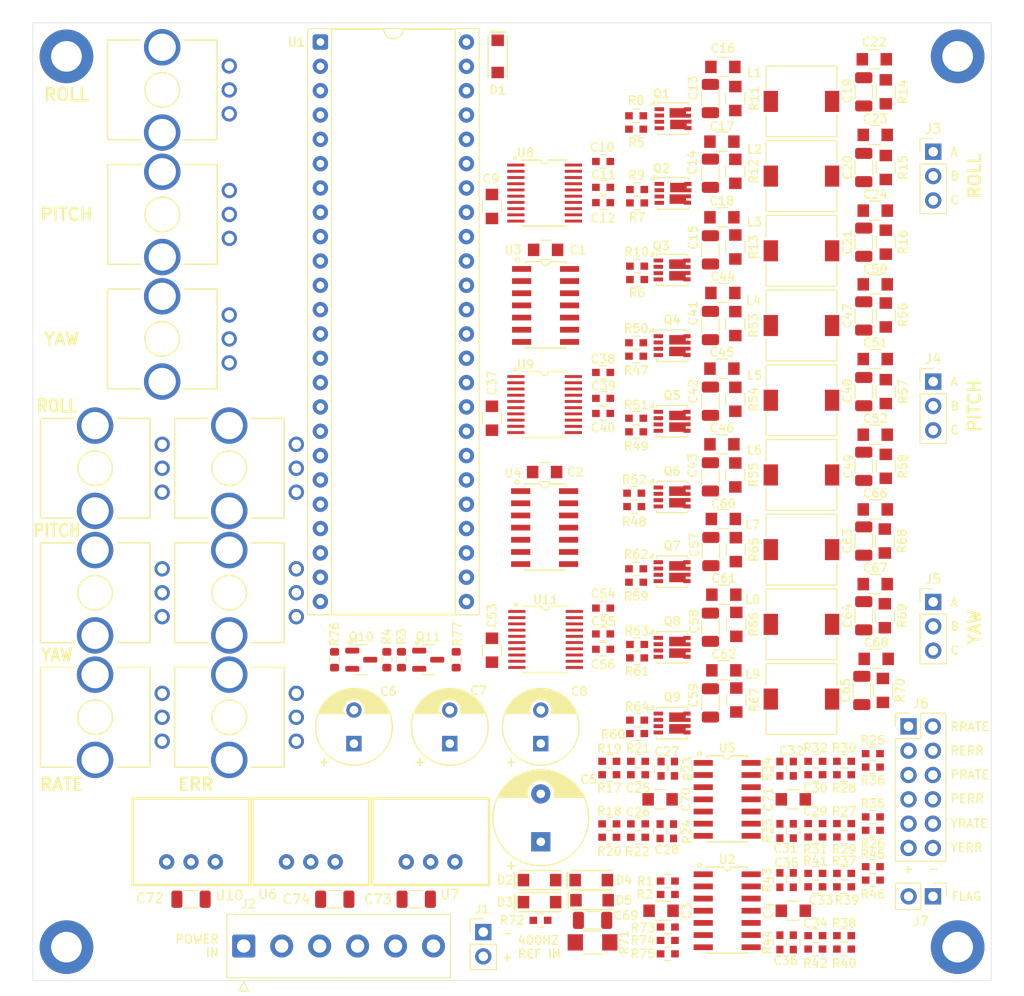
<source format=kicad_pcb>
(kicad_pcb (version 20241229) (generator "pcbnew") (generator_version "9.0")
  (layers (0 "F.Cu" signal) (2 "B.Cu" signal) (13 "F.Paste" user) (15 "B.Paste" user) (5 "F.SilkS" user "F.Silkscreen") (7 "B.SilkS" user "B.Silkscreen") (1 "F.Mask" user) (3 "B.Mask" user) (25 "Edge.Cuts" user))
  (net 0 "")
  (net 1 "Net-(Q2B-G)")
  (net 2 "Net-(Q2A-S)")
  (net 3 "Net-(Q2A-G)")
  (net 4 "GND")
  (net 5 "+12V")
  (net 6 "Net-(Q1A-S)")
  (net 7 "Net-(Q3A-S)")
  (net 8 "Net-(Q1B-G)")
  (net 9 "Net-(Q1A-G)")
  (net 10 "+36V")
  (net 11 "Net-(Q3A-G)")
  (net 12 "Net-(Q3B-G)")
  (net 13 "+3.3V")
  (net 14 "-12V")
  (net 15 "+5V")
  (net 16 "Net-(U8-BSTA)")
  (net 17 "Net-(U8-BSTB)")
  (net 18 "Net-(U8-BSTC)")
  (net 19 "Net-(C16-Pad1)")
  (net 20 "Net-(C17-Pad1)")
  (net 21 "Net-(C18-Pad1)")
  (net 22 "/SingleSynchroDriver1/PHASE_A_OUT")
  (net 23 "/SingleSynchroDriver1/PHASE_B_OUT")
  (net 24 "/SingleSynchroDriver1/PHASE_C_OUT")
  (net 25 "Net-(C22-Pad1)")
  (net 26 "Net-(C23-Pad1)")
  (net 27 "Net-(C24-Pad1)")
  (net 28 "Net-(C25-Pad1)")
  (net 29 "Net-(C26-Pad1)")
  (net 30 "Net-(U5A--)")
  (net 31 "Net-(C27-Pad2)")
  (net 32 "Net-(U5B--)")
  (net 33 "Net-(C28-Pad2)")
  (net 34 "Net-(C29-Pad1)")
  (net 35 "Net-(C30-Pad1)")
  (net 36 "Net-(U5C--)")
  (net 37 "Net-(C31-Pad2)")
  (net 38 "Net-(C32-Pad2)")
  (net 39 "Net-(U5D--)")
  (net 40 "Net-(C33-Pad1)")
  (net 41 "Net-(C34-Pad1)")
  (net 42 "Net-(C35-Pad2)")
  (net 43 "Net-(C36-Pad2)")
  (net 44 "Net-(Q4A-S)")
  (net 45 "Net-(U9-BSTA)")
  (net 46 "Net-(Q5A-S)")
  (net 47 "Net-(U9-BSTB)")
  (net 48 "Net-(U9-BSTC)")
  (net 49 "Net-(Q6A-S)")
  (net 50 "Net-(C44-Pad1)")
  (net 51 "Net-(C45-Pad1)")
  (net 52 "Net-(C46-Pad1)")
  (net 53 "/SingleSynchroDriver2/PHASE_A_OUT")
  (net 54 "/SingleSynchroDriver2/PHASE_B_OUT")
  (net 55 "/SingleSynchroDriver2/PHASE_C_OUT")
  (net 56 "Net-(C50-Pad1)")
  (net 57 "Net-(C51-Pad1)")
  (net 58 "Net-(C52-Pad1)")
  (net 59 "Net-(U11-BSTA)")
  (net 60 "Net-(Q7A-S)")
  (net 61 "Net-(Q8A-S)")
  (net 62 "Net-(U11-BSTB)")
  (net 63 "Net-(U11-BSTC)")
  (net 64 "Net-(Q9A-S)")
  (net 65 "Net-(C60-Pad1)")
  (net 66 "Net-(C61-Pad1)")
  (net 67 "Net-(C62-Pad1)")
  (net 68 "/SingleSynchroDriver3/PHASE_A_OUT")
  (net 69 "/SingleSynchroDriver3/PHASE_B_OUT")
  (net 70 "/SingleSynchroDriver3/PHASE_C_OUT")
  (net 71 "Net-(C66-Pad1)")
  (net 72 "Net-(C67-Pad1)")
  (net 73 "Net-(C68-Pad1)")
  (net 74 "Net-(D2-A)")
  (net 75 "Net-(C69-Pad1)")
  (net 76 "+5VD")
  (net 77 "Net-(D4-A)")
  (net 78 "/InputComparator/IN")
  (net 79 "Net-(Q4B-G)")
  (net 80 "Net-(Q4A-G)")
  (net 81 "Net-(Q5B-G)")
  (net 82 "Net-(Q5A-G)")
  (net 83 "Net-(Q6A-G)")
  (net 84 "Net-(Q6B-G)")
  (net 85 "Net-(Q7A-G)")
  (net 86 "Net-(Q7B-G)")
  (net 87 "Net-(Q8A-G)")
  (net 88 "Net-(Q8B-G)")
  (net 89 "Net-(Q9A-G)")
  (net 90 "Net-(Q9B-G)")
  (net 91 "Net-(U8-GLA)")
  (net 92 "Net-(U8-GLC)")
  (net 93 "Net-(U8-GLB)")
  (net 94 "Net-(U8-GHA)")
  (net 95 "Net-(U8-GHB)")
  (net 96 "Net-(U8-GHC)")
  (net 97 "/NeedleDriver1/VREF")
  (net 98 "/NeedleDriver1/OUT1")
  (net 99 "/NeedleDriver1/OUT2")
  (net 100 "/NeedleDriver2/OUT1")
  (net 101 "/NeedleDriver2/OUT2")
  (net 102 "/NeedleDriver3/OUT1")
  (net 103 "/NeedleDriver3/OUT2")
  (net 104 "Net-(U9-GLA)")
  (net 105 "Net-(U9-GLC)")
  (net 106 "Net-(U9-GLB)")
  (net 107 "Net-(U9-GHA)")
  (net 108 "Net-(U9-GHB)")
  (net 109 "Net-(U9-GHC)")
  (net 110 "Net-(U11-GLA)")
  (net 111 "Net-(U11-GLC)")
  (net 112 "Net-(U11-GLB)")
  (net 113 "Net-(U11-GHA)")
  (net 114 "Net-(U11-GHB)")
  (net 115 "Net-(U11-GHC)")
  (net 116 "Net-(R74-Pad1)")
  (net 117 "/FlagDriver/OUT")
  (net 135 "Net-(U9-INLB)")
  (net 136 "Net-(U9-INLA)")
  (net 137 "Net-(U8-INLB)")
  (net 138 "Net-(U9-INLC)")
  (net 139 "Net-(U8-INLA)")
  (net 140 "Net-(U8-INLC)")
  (net 145 "Net-(U11-INLB)")
  (net 146 "Net-(U11-INLC)")
  (net 147 "Net-(U11-INLA)")
  (net 148 "Net-(U2C--)")
  (net 149 "Net-(U2D--)")
  (net 150 "Net-(U2A-+)")
  (net 151 "Net-(U2B-+)")
  (net 152 "/PWM_RR")
  (net 153 "/PWM_PE")
  (net 154 "/PWM_PR")
  (net 155 "/PWM_RE")
  (net 156 "/PWM_YR")
  (net 157 "/PWM_YE")
  (net 158 "/PWM_P1")
  (net 159 "/400HZ_IN")
  (net 160 "/PWM_Y0")
  (net 161 "/PWM_P0")
  (net 162 "/PWM_Y2")
  (net 163 "/PWM_P2")
  (net 164 "/PWM_R1")
  (net 165 "/PWM_Y1")
  (net 166 "/PWM_R0")
  (net 167 "/PWM_R2")
  (net 168 "Net-(Q10-B)")
  (net 169 "/Pots/OUT1")
  (net 170 "/Pots/OUT2")
  (net 171 "/Pots/OUT3")
  (net 172 "/Pots/OUT4")
  (net 173 "/Pots/OUT5")
  (net 174 "/Pots/OUT6")
  (net 175 "/Pots/OUT7")
  (net 176 "/Pots/OUT8")
  (net 177 "/Pots/OUT9")
  (net 178 "Net-(Q10-C)")
  (net 179 "Net-(Q11-B)")
  (net 180 "Net-(Q11-C)")
  (net 181 "/FLAG")
  (footprint "Package_SO:Vishay_PowerPAK_1212-8_Dual" (layer "F.Cu") (at 136.8 77.8)
    (property "Reference" "Q2")
    (property "Value" "SIS990")
  )
  (footprint "Passive:RESC1608X55" (layer "F.Cu") (at 147.95 144.37 -90)
    (property "Reference" "R33")
    (property "Value" "10K")
  )
  (footprint "Active:TSOP65P640X110-20" (layer "F.Cu") (at 123.4 99.850711)
    (property "Reference" "U9")
    (property "Value" "DRV8300")
  )
  (footprint "Passive:BOURNS_PTV09A_H" (layer "F.Cu") (at 90.4881 67 90)
    (property "Reference" "RV9" (hide yes))
    (property "Value" "10K")
  )
  (footprint "Active:SOP127P620X175-14" (layer "F.Cu") (at 123.5 89.5)
    (property "Reference" "U3")
    (property "Value" "74LV14")
  )
  (footprint "Inductor_SMD:L_7.3x7.3_H3.5" (layer "F.Cu") (at 150.2 68.2)
    (property "Reference" "L1")
    (property "Value" "220uH")
  )
  (footprint "Passive:CAPC2012X55" (layer "F.Cu") (at 123.4 106.9 180)
    (property "Reference" "C2")
    (property "Value" "1uF")
  )
  (footprint "Passive:RESC1608X55" (layer "F.Cu") (at 132.95 94.8)
    (property "Reference" "R47")
    (property "Value" "1")
  )
  (footprint "Passive:RESC1608X55" (layer "F.Cu") (at 133.05 85.4)
    (property "Reference" "R10")
    (property "Value" "1")
  )
  (footprint "Active:SOD3716X117" (layer "F.Cu") (at 128.35 151.6)
    (property "Reference" "D5")
    (property "Value" "SS320LWH")
  )
  (footprint "Passive:CAPC2012X55" (layer "F.Cu") (at 142 88.2 180)
    (property "Reference" "C44")
    (property "Value" "DNI")
  )
  (footprint "Passive:CAPC2012X55" (layer "F.Cu") (at 141.9 104 180)
    (property "Reference" "C46")
    (property "Value" "DNI")
  )
  (footprint "Passive:RESC1608X55" (layer "F.Cu") (at 132.95 69.7)
    (property "Reference" "R8")
    (property "Value" "1")
  )
  (footprint "Passive:RESC1608X55" (layer "F.Cu") (at 133.15 137.1)
    (property "Reference" "R21")
    (property "Value" "10K")
  )
  (footprint "Capacitor_SMD:C_1206_3216Metric" (layer "F.Cu") (at 86.5 151.5 180)
    (property "Reference" "C72")
    (property "Value" "1uF")
  )
  (footprint "Connector_PinHeader_2.54mm:PinHeader_1x02_P2.54mm_Vertical" (layer "F.Cu") (at 163.925 151.2 -90)
    (property "Reference" "J7")
    (property "Value" "FLAG")
  )
  (footprint "Passive:CAPC1608X100" (layer "F.Cu") (at 151.65 150.2 180)
    (property "Reference" "C33")
    (property "Value" "DNI")
  )
  (footprint "Passive:RESC1608X55" (layer "F.Cu") (at 154.65 150.2)
    (property "Reference" "R37")
    (property "Value" "10K")
  )
  (footprint "Passive:RESC1608X55" (layer "F.Cu") (at 133.05 126.3)
    (property "Reference" "R61")
    (property "Value" "1")
  )
  (footprint "Passive:RESC1608X55" (layer "F.Cu") (at 136.25 157.2)
    (property "Reference" "R75")
    (property "Value" "4.7K")
  )
  (footprint "Passive:RESC1608X55" (layer "F.Cu") (at 151.65 148.8 180)
    (property "Reference" "R41")
    (property "Value" "10K")
  )
  (footprint "Capacitor_SMD:C_1206_3216Metric" (layer "F.Cu") (at 140.7 123.1 90)
    (property "Reference" "C58")
    (property "Value" "10uF")
  )
  (footprint "Passive:RESC1608X55" (layer "F.Cu") (at 132.95 93.4)
    (property "Reference" "R50")
    (property "Value" "1")
  )
  (footprint "Passive:RESC1608X55" (layer "F.Cu") (at 133.05 134.2)
    (property "Reference" "R60")
    (property "Value" "1")
  )
  (footprint "Passive:CAPC2012X55" (layer "F.Cu") (at 135.55 152.7 180)
    (property "Reference" "C3")
    (property "Value" "1uF")
  )
  (footprint "Passive:BOURNS_PTV09A_H" (layer "F.Cu") (at 97.4881 119.5 90)
    (property "Reference" "RV2" (hide yes))
    (property "Value" "10K")
  )
  (footprint "Inductor_SMD:L_7.3x7.3_H3.5" (layer "F.Cu") (at 150.2 83.8)
    (property "Reference" "L3")
    (property "Value" "220uH")
  )
  (footprint "Passive:CAPC2012X55" (layer "F.Cu") (at 157.9 118.6 180)
    (property "Reference" "C67")
    (property "Value" "DNI")
  )
  (footprint "Passive:RESC3216X70" (layer "F.Cu") (at 128.4 156)
    (property "Reference" "R71")
    (property "Value" "1K")
  )
  (footprint "Passive:BOURNS_PTV09A_H" (layer "F.Cu") (at 83.4881 119.5 90)
    (property "Reference" "RV5" (hide yes))
    (property "Value" "10K")
  )
  (footprint "Passive:CAPC2012X55" (layer "F.Cu") (at 135.45 141.07 180)
    (property "Reference" "C70")
    (property "Value" "1uF")
  )
  (footprint "Active:SOD3716X117" (layer "F.Cu") (at 122.87 149.5)
    (property "Reference" "D2")
    (property "Value" "SS320LWH")
  )
  (footprint "Active:DCDC_3PIN_GENERIC" (layer "F.Cu") (at 86.5 147.5955)
    (property "Reference" "U10")
    (property "Value" "173010542")
  )
  (footprint "Passive:BOURNS_PTV09A_H" (layer "F.Cu") (at 97.4881 132.5 90)
    (property "Reference" "RV1" (hide yes))
    (property "Value" "10K")
  )
  (footprint "Passive:CAPC2012X55" (layer "F.Cu") (at 141.9 72.4 180)
    (property "Reference" "C17")
    (property "Value" "DNI")
  )
  (footprint "Passive:RESC1608X55" (layer "F.Cu") (at 151.65 156.7 180)
    (property "Reference" "R42")
    (property "Value" "10K")
  )
  (footprint "Passive:CAPC1608X100" (layer "F.Cu") (at 151.65 143.6 180)
    (property "Reference" "C29")
    (property "Value" "DNI")
  )
  (footprint "Passive:RESC1608X55" (layer "F.Cu") (at 122.97 153.7)
    (property "Reference" "R72")
    (property "Value" "100K")
  )
  (footprint "Capacitor_SMD:C_1206_3216Metric" (layer "F.Cu") (at 140.75 115.2 90)
    (property "Reference" "C57")
    (property "Value" "10uF")
  )
  (footprint "Passive:CAPC2012X55" (layer "F.Cu") (at 117.9 101.28 -90)
    (property "Reference" "C37")
    (property "Value" "1uF")
  )
  (footprint "Passive:CAPC1608X100" (layer "F.Cu") (at 129.5 121.1)
    (property "Reference" "C54")
    (property "Value" "0.1uF")
  )
  (footprint "Capacitor_SMD:C_1206_3216Metric" (layer "F.Cu") (at 156.7 75.1 90)
    (property "Reference" "C20")
    (property "Value" "10uF")
  )
  (footprint "Passive:CAPC1608X100" (layer "F.Cu") (at 149.35 156 -90)
    (property "Reference" "C36")
    (property "Value" "0.1uF")
  )
  (footprint "Passive:CAPC2012X55" (layer "F.Cu") (at 142.1 127.6 180)
    (property "Reference" "C62")
    (property "Value" "DNI")
  )
  (footprint "Passive:CAPC1608X100" (layer "F.Cu") (at 135.55 137.87 90)
    (property "Reference" "C27")
    (property "Value" "0.1uF")
  )
  (footprint "Capacitor_SMD:C_1206_3216Metric" (layer "F.Cu") (at 140.7 107.4 90)
    (property "Reference" "C43")
    (property "Value" "10uF")
  )
  (footprint "Passive:RESC1608X55" (layer "F.Cu") (at 132.95 71.1)
    (property "Reference" "R5")
    (property "Value" "1")
  )
  (footprint "Passive:RESC1608X55" (layer "F.Cu") (at 133.05 86.8)
    (property "Reference" "R6")
    (property "Value" "1")
  )
  (footprint "Passive:CAPC1608X100" (layer "F.Cu") (at 151.65 155.3 180)
    (property "Reference" "C34")
    (property "Value" "DNI")
  )
  (footprint "Passive:CAPC1608X100" (layer "F.Cu") (at 133.15 138.5)
    (property "Reference" "C25")
    (property "Value" "DNI")
  )
  (footprint "Active:SOP127P620X175-14" (layer "F.Cu") (at 142.45 152.7)
    (property "Reference" "U2")
    (property "Value" "LM324")
  )
  (footprint "Inductor_SMD:L_7.3x7.3_H3.5" (layer "F.Cu") (at 150.2 122.8)
    (property "Reference" "L8")
    (property "Value" "220uH")
  )
  (footprint "Passive:RESC1608X55" (layer "F.Cu") (at 136.25 155.8 180)
    (property "Reference" "R74")
    (property "Value" "1MEG")
  )
  (footprint "Inductor_SMD:L_7.3x7.3_H3.5" (layer "F.Cu") (at 150.2 91.6)
    (property "Reference" "L4")
    (property "Value" "220uH")
  )
  (footprint "Passive:CAPC1608X100" (layer "F.Cu") (at 129.5 123.8)
    (property "Reference" "C55")
    (property "Value" "0.1uF")
  )
  (footprint "Passive:CAPC1608X100" (layer "F.Cu") (at 129.5 125.4)
    (property "Reference" "C56")
    (property "Value" "0.1uF")
  )
  (footprint "Passive:CAPC1608X100" (layer "F.Cu") (at 129.5 78.770711)
    (property "Reference" "C12")
    (property "Value" "0.1uF")
  )
  (footprint "Passive:RESC1608X55" (layer "F.Cu") (at 130.15 145.03)
    (property "Reference" "R20")
    (property "Value" "0")
  )
  (footprint "Package_SO:Vishay_PowerPAK_1212-8_Dual" (layer "F.Cu") (at 136.7 117.3)
    (property "Reference" "Q7")
    (property "Value" "SIS990")
  )
  (footprint "Capacitor_SMD:C_1206_3216Metric" (layer "F.Cu") (at 156.7 114.1 90)
    (property "Reference" "C63")
    (property "Value" "10uF")
  )
  (footprint "Capacitor_SMD:C_1206_3216Metric" (layer "F.Cu") (at 156.7 121.9 90)
    (property "Reference" "C64")
    (property "Value" "10uF")
  )
  (footprint "Package_SO:Vishay_PowerPAK_1212-8_Dual" (layer "F.Cu") (at 136.7 85.8)
    (property "Reference" "Q3")
    (property "Value" "SIS990")
  )
  (footprint "Passive:CAPC1608X100" (layer "F.Cu") (at 129.5 99.2)
    (property "Reference" "C39")
    (property "Value" "0.1uF")
  )
  (footprint "Capacitor_SMD:C_1206_3216Metric" (layer "F.Cu") (at 140.7 67.9 90)
    (property "Reference" "C13")
    (property "Value" "10uF")
  )
  (footprint "Capacitor_SMD:C_1206_3216Metric" (layer "F.Cu") (at 140.7 131 90)
    (property "Reference" "C59")
    (property "Value" "10uF")
  )
  (footprint "Passive:RESC2012X55" (layer "F.Cu") (at 143.3 67.9 90)
    (property "Reference" "R11")
    (property "Value" "DNI")
  )
  (footprint "Active:TSOP65P640X110-20" (layer "F.Cu") (at 123.5 124.375)
    (property "Reference" "U11")
    (property "Value" "DRV8300")
  )
  (footprint "Passive:RESC1608X55" (layer "F.Cu") (at 151.65 145 180)
    (property "Reference" "R31")
    (property "Value" "10K")
  )
  (footprint "Package_SO:Vishay_PowerPAK_1212-8_Dual" (layer "F.Cu") (at 136.7 133.1)
    (property "Reference" "Q9")
    (property "Value" "SIS990")
  )
  (footprint "Passive:CAPAE350P800X700" (layer "F.Cu") (at 123 133.5 90)
    (property "Reference" "C8")
    (property "Value" "100uF")
  )
  (footprint "Passive:RESC2012X55" (layer "F.Cu") (at 159 75.1 90)
    (property "Reference" "R15")
    (property "Value" "DNI")
  )
  (footprint "Passive:RESC1608X55" (layer "F.Cu") (at 133.15 145.03)
    (property "Reference" "R22")
    (property "Value" "10K")
  )
  (footprint "Active:SOP127P620X175-14" (layer "F.Cu") (at 123.4 112.7)
    (property "Reference" "U4")
    (property "Value" "74LV14")
  )
  (footprint "Package_TO_SOT_SMD:SOT-23" (layer "F.Cu") (at 104.267 126.492)
    (property "Reference" "Q10")
    (property "Value" "MMBTA42")
  )
  (footprint "Passive:RESC1608X55" (layer "F.Cu") (at 157.65 142.9)
    (property "Reference" "R35")
    (property "Value" "10")
  )
  (footprint "Passive:RESC1608X55" (layer "F.Cu") (at 147.95 149.5 90)
    (property "Reference" "R43")
    (property "Value" "10K")
  )
  (footprint "Connector_PinHeader_2.54mm:PinHeader_1x03_P2.54mm_Vertical" (layer "F.Cu") (at 163.95 97.46)
    (property "Reference" "J4")
    (property "Value" "PITCH")
  )
  (footprint "Capacitor_SMD:C_1206_3216Metric" (layer "F.Cu") (at 140.7 99.5 90)
    (property "Reference" "C42")
    (property "Value" "10uF")
  )
  (footprint "Inductor_SMD:L_7.3x7.3_H3.5" (layer "F.Cu") (at 150.2 107.2)
    (property "Reference" "L6")
    (property "Value" "220uH")
  )
  (footprint "Capacitor_SMD:C_1206_3216Metric" (layer "F.Cu") (at 128.4 153.7 180)
    (property "Reference" "C69")
    (property "Value" "10uF")
  )
  (footprint "Passive:CAPC1608X100" (layer "F.Cu") (at 149.35 149.5 90)
    (property "Reference" "C35")
    (property "Value" "0.1uF")
  )
  (footprint "Passive:CAPC1608X100" (layer "F.Cu") (at 151.65 138.5 180)
    (property "Reference" "C30")
    (property "Value" "DNI")
  )
  (footprint "Passive:RESC1608X55" (layer "F.Cu") (at 132.75 109.1)
    (property "Reference" "R52")
    (property "Value" "1")
  )
  (footprint "Capacitor_SMD:C_1206_3216Metric" (layer "F.Cu") (at 156.7 82.9 90)
    (property "Reference" "C21")
    (property "Value" "10uF")
  )
  (footprint "Passive:RESC2012X55" (layer "F.Cu") (at 143.35 115 90)
    (property "Reference" "R65")
    (property "Value" "DNI")
  )
  (footprint "Active:TSOP65P640X110-20" (layer "F.Cu") (at 123.4 77.770711)
    (property "Reference" "U8")
    (property "Value" "DRV8300")
  )
  (footprint "Inductor_SMD:L_7.3x7.3_H3.5" (layer "F.Cu") (at 150.2 99.4)
    (property "Reference" "L5")
    (property "Value" "220uH")
  )
  (footprint "Passive:CAPC2012X55" (layer "F.Cu") (at 142.1 119.7 180)
    (property "Reference" "C61")
    (property "Value" "DNI")
  )
  (footprint "Passive:BOURNS_PTV09A_H" (layer "F.Cu") (at 90.5 80 90)
    (property "Reference" "RV8" (hide yes))
    (property "Value" "10K")
  )
  (footprint "Passive:RESC2012X55" (layer "F.Cu") (at 159 98.5 90)
    (property "Reference" "R57")
    (property "Value" "DNI")
  )
  (footprint "MountingHole:MountingHole_3.2mm_M3_DIN965_Pad" (layer "F.Cu") (at 73.5 156.5)
    (property "Reference" "H2" (hide yes))
    (property "Value" "MountingHole_Pad")
  )
  (footprint "Passive:RESC2012X55" (layer "F.Cu") (at 143.3 75.5 90)
    (property "Reference" "R12")
    (property "Value" "DNI")
  )
  (footprint "Resistor_SMD:R_0603_1608Metric" (layer "F.Cu") (at 101.473 126.492 -90)
    (property "Reference" "R76")
    (property "Value" "10K")
  )
  (footprint "Passive:RESC2012X55" (layer "F.Cu") (at 159 67.2 90)
    (property "Reference" "R14")
    (property "Value" "DNI")
  )
  (footprint "Capacitor_SMD:C_1206_3216Metric" (layer "F.Cu") (at 140.7 91.6 90)
    (property "Reference" "C41")
    (property "Value" "10uF")
  )
  (footprint "Passive:CAPC2012X55" (layer "F.Cu") (at 157.9 110.8 180)
    (property "Reference" "C66")
    (property "Value" "DNI")
  )
  (footprint "Passive:RESC1608X55" (layer "F.Cu") (at 133.05 77.4)
    (property "Reference" "R9")
    (property "Value" "1")
  )
  (footprint "Connector_TE-Connectivity:TE_826576-6_1x06_P3.96mm_Vertical" (layer "F.Cu") (at 92 156.3825)
    (property "Reference" "J2")
    (property "Value" "POWER")
  )
  (footprint "Passive:RESC1608X55" (layer "F.Cu") (at 154.65 145 180)
    (property "Reference" "R29")
    (property "Value" "0")
  )
  (footprint "Passive:RESC1608X55" (layer "F.Cu") (at 147.95 156 -90)
    (property "Reference" "R44")
    (property "Value" "10K")
  )
  (footprint "Passive:RESC2012X55" (layer "F.Cu") (at 143.4 130.7 90)
    (property "Reference" "R67")
    (property "Value" "DNI")
  )
  (footprint "Passive:RESC1608X55" (layer "F.Cu") (at 133.05 124.9)
    (property "Reference" "R63")
    (property "Value" "1")
  )
  (footprint "Passive:BOURNS_PTV09A_H" (layer "F.Cu") (at 83.4881 106.5 90)
    (property "Reference" "RV6" (hide yes))
    (property "Value" "10K")
  )
  (footprint "Package_TO_SOT_SMD:SOT-23" (layer "F.Cu") (at 111.252 126.492)
    (property "Reference" "Q11")
    (property "Value" "MMBTA92")
  )
  (footprint "Passive:RESC1608X55" (layer "F.Cu") (at 130.15 138.5 180)
    (property "Reference" "R17")
    (property "Value" "10K")
  )
  (footprint "Capacitor_SMD:C_1206_3216Metric" (layer "F.Cu") (at 156.7 90.6 90)
    (property "Reference" "C47")
    (property "Value" "10uF")
  )
  (footprint "Inductor_SMD:L_7.3x7.3_H3.5" (layer "F.Cu") (at 150.2 130.6)
    (property "Reference" "L9")
    (property "Value" "220uH")
  )
  (footprint "Passive:RESC2012X55" (layer "F.Cu") (at 159 106.3 90)
    (property "Reference" "R58")
    (property "Value" "DNI")
  )
  (footprint "Passive:RESC2012X55" (layer "F.Cu") (at 143.4 122.8 90)
    (property "Reference" "R66")
    (property "Value" "DNI")
  )
  (footprint "Capacitor_SMD:C_1206_3216Metric" (layer "F.Cu") (at 156.7 98.5 90)
    (property "Reference" "C48")
    (property "Value" "10uF")
  )
  (footprint "Passive:CAPC2012X55" (layer "F.Cu") (at 157.9 87.3 180)
    (property "Reference" "C50")
    (property "Value" "DNI")
  )
  (footprint "Passive:RESC1608X55" (layer "F.Cu") (at 136.25 149.6 180)
    (property "Reference" "R1")
    (property "Value" "10K")
  )
  (footprint "Passive:BOURNS_PTV09A_H" (layer "F.Cu") (at 83.4881 132.5 90)
    (property "Reference" "RV4" (hide yes))
    (property "Value" "10K")
  )
  (footprint "Active:SOD3716X117" (layer "F.Cu") (at 118.5 63.5 -90)
    (property "Reference" "D1")
    (property "Value" "PMEG10010ELR")
  )
  (footprint "Passive:CAPC2012X55" (layer "F.Cu") (at 157.9 79.6 180)
    (property "Reference" "C24")
    (property "Value" "DNI")
  )
  (footprint "Passive:CAPAE350P800X700" (layer "F.Cu") (at 113.5 133.5 90)
    (property "Reference" "C7")
    (property "Value" "100uF")
  )
  (footprint "Passive:RESC1608X55" (layer "F.Cu") (at 154.65 155.3)
    (property "Reference" "R38")
    (property "Value" "10K")
  )
  (footprint "Passive:CAPC1608X100" (layer "F.Cu") (at 129.5 77.170711)
    (property "Reference" "C11")
    (property "Value" "0.1uF")
  )
  (footprint "Resistor_SMD:R_0603_1608Metric" (layer "F.Cu") (at 108.458 126.492 -90)
    (property "Reference" "R3")
    (property "Value" "10K")
  )
  (footprint "Capacitor_SMD:C_1206_3216Metric" (layer "F.Cu") (at 156.7 67.2 90)
    (property "Reference" "C19")
    (property "Value" "10uF")
  )
  (footprint "Passive:RESC1608X55" (layer "F.Cu") (at 136.95 137.87 90)
    (property "Reference" "R23")
    (property "Value" "10K")
  )
  (footprint "Passive:RESC1608X55" (layer "F.Cu") (at 130.15 137.1)
    (property "Reference" "R19")
    (property "Value" "0")
  )
  (footprint "Passive:RESC1608X55" (layer "F.Cu") (at 133.05 78.8)
    (property "Reference" "R7")
    (property "Value" "1")
  )
  (footprint "Passive:RESC2012X55" (layer "F.Cu") (at 143.3 91.4 90)
    (property "Reference" "R53")
    (property "Value" "DNI")
  )
  (footprint "Passive:RESC2012X55" (layer "F.Cu") (at 143.3 83.4 90)
    (property "Reference" "R13")
    (property "Value" "DNI")
  )
  (footprint "Passive:CAPC2012X55" (layer "F.Cu") (at 149.35 141.07 180)
    (property "Reference" "C71")
    (property "Value" "1uF")
  )
  (footprint "Capacitor_SMD:C_1206_3216Metric" (layer "F.Cu") (at 156.7 106.3 90)
    (property "Reference" "C49")
    (property "Value" "10uF")
  )
  (footprint "Passive:RESC1608X55" (layer "F.Cu") (at 147.95 137.87 90)
    (property "Reference" "R34")
    (property "Value" "10K")
  )
  (footprint "Capacitor_SMD:C_1206_3216Metric" (layer "F.Cu") (at 156.5 129.7 90)
    (property "Reference" "C65")
    (property "Value" "10uF")
  )
  (footprint "Package_SO:Vishay_PowerPAK_1212-8_Dual" (layer "F.Cu") (at 136.7 109.5)
    (property "Reference" "Q6")
    (property "Value" "SIS990")
  )
  (footprint "Passive:RESC1608X55" (layer "F.Cu") (at 154.65 138.5)
    (property "Reference" "R28")
    (property "Value" "10K")
  )
  (footprint "Passive:RESC1608X55" (layer "F.Cu") (at 151.65 137.1 180)
    (property "Reference" "R32")
    (property "Value" "10K")
  )
  (footprint "Active:SOD3716X117" (layer "F.Cu") (at 122.87 151.8)
    (property "Reference" "D3")
    (property "Value" "SS320LWH")
  )
  (footprint "Passive:CAPC1608X100" (layer "F.Cu") (at 133.15 143.63)
    (property "Reference" "C26")
    (property "Value" "DNI")
  )
  (footprint "Passive:RESC1608X55" (layer "F.Cu") (at 133.05 132.8)
    (property "Reference" "R64")
    (property "Value" "1")
  )
  (footprint "Passive:CAPC1608X100" (layer "F.Cu") (at 149.35 144.37 -90)
    (property "Reference" "C31")
    (property "Value" "0.1uF")
  )
  (footprint "Passive:CAPC1608X100" (layer "F.Cu") (at 149.35 137.87 90)
    (property "Reference" "C32")
    (property "Value" "0.1uF")
  )
  (footprint "Passive:RESC2012X55" (layer "F.Cu") (at 158.7 129.7 90)
    (property "Reference" "R70")
    (property "Value" "DNI")
  )
  (footprint "Passive:RESC2012X55" (layer "F.Cu") (at 143.3 107.2 90)
    (property "Reference" "R55")
    (property "Value" "DNI")
  )
  (footprint "Passive:RESC1608X55" (layer "F.Cu") (at 136.25 151)
    (property "Reference" "R2")
    (property "Value" "10K")
  )
  (footprint "Capacitor_SMD:C_1206_3216Metric" (layer "F.Cu") (at 101.5 151.5 180)
    (property "Reference" "C74")
    (property "Value" "1uF")
  )
  (footprint "Passive:RESC1608X55" (layer "F.Cu") (at 136.85 144.4 -90)
    (property "Reference" "R24")
    (property "Value" "10K")
  )
  (footprint "Passive:RESC1608X55" (layer "F.Cu") (at 154.65 143.6)
    (property "Reference" "R27")
    (property "Value" "10K")
  )
  (footprint "Connector_PinHeader_2.54mm:PinHeader_1x02_P2.54mm_Vertical" (layer "F.Cu") (at 117 154.925)
    (property "Reference" "J1")
    (property "Value" "SYNC")
  )
  (footprint "Passive:RESC1608X55" (layer "F.Cu") (at 157.65 136.3)
    (property "Reference" "R25")
    (property "Value" "10")
  )
  (footprint "Passive:RESC1608X55" (layer "F.Cu") (at 132.95 118.4)
    (property "Reference" "R59")
    (property "Value" "1")
  )
  (footprint "Package_SO:Vishay_PowerPAK_1212-8_Dual" (layer "F.Cu") (at 136.7 101.6)
    (property "Reference" "Q5")
    (property "Value" "SIS990")
  )
  (footprint "MountingHole:MountingHole_3.2mm_M3_DIN965_Pad" (layer "F.Cu") (at 166.5 63.5)
    (property "Reference" "H3" (hide yes))
    (property "Value" "MountingHole_Pad")
  )
  (footprint "Capacitor_SMD:C_1206_3216Metric" (layer "F.Cu") (at 140.7 75.7 90)
    (property "Reference" "C14")
    (property "Value" "10uF")
  )
  (footprint "Passive:CAPC2012X55" (layer "F.Cu") (at 117.9 125.5 -90)
    (property "Reference" "C53")
    (property "Value" "1uF")
  )
  (footprint "Passive:RESC1608X55" (layer "F.Cu") (at 157.65 148.1)
    (property "Reference" "R45")
    (property "Value" "10")
  )
  (footprint "Package_SO:Vishay_PowerPAK_1212-8_Dual" (layer "F.Cu") (at 136.8 70)
    (property "Reference" "Q1")
    (property "Value" "SIS990")
  )
  (footprint "Capacitor_SMD:C_1206_3216Metric" (layer "F.Cu") (at 140.7 83.7 90)
    (property "Reference" "C15")
    (property "Value" "10uF")
  )
  (footprint "Inductor_SMD:L_7.3x7.3_H3.5" (layer "F.Cu") (at 150.2 115)
    (property "Reference" "L7")
    (property "Value" "220uH")
  )
  (footprint "Passive:RESC1608X55" (layer "F.Cu") (at 157.65 137.7)
    (property "Reference" "R36")
    (property "Value" "10")
  )
  (footprint "Passive:CAPC2012X55" (layer "F.Cu") (at 142 64.6 180)
    (property "Reference" "C16")
    (property "Value" "DNI")
  )
  (footprint "Passive:CAPC2012X55" (layer "F.Cu") (at 157.9 95.1 180)
    (property "Reference" "C51")
    (property "Value" "DNI")
  )
  (footprint "Active:SOP127P620X175-14" (layer "F.Cu") (at 142.45 141.07)
    (property "Reference" "U5")
    (property "Value" "LM324")
  )
  (footprint "Passive:CAPC2012X55" (layer "F.Cu") (at 157.9 71.7 180)
    (property "Reference" "C23")
    (property "Value" "DNI")
  )
  (footprint "Package_SO:Vishay_PowerPAK_1212-8_Dual" (layer "F.Cu") (at 136.7 125.2)
    (property "Reference" "Q8")
    (property "Value" "SIS990")
  )
  (footprint "Passive:CAPC2012X55" (layer "F.Cu") (at 149.35 152.7 180)
    (property "Reference" "C4")
    (property "Value" "1uF")
  )
  (footprint "Connector_PinHeader_2.54mm:PinHeader_2x06_P2.54mm_Vertical" (layer "F.Cu") (at 161.375 133.45)
    (property "Reference" "J6")
    (property "Value" "NEEDLES")
  )
  (footprint "Passive:CAPC2012X55" (layer "F.Cu") (at 158 126.4 180)
    (property "Reference" "C68")
    (property "Value" "DNI")
  )
  (footprint "Inductor_SMD:L_7.3x7.3_H3.5" (layer "F.Cu") (at 150.2 76)
    (property "Reference" "L2")
    (property "Value" "220uH")
  )
  (footprint "Package_DIP:DIP-48_W15.24mm_Socket" (layer "F.Cu") (at 100 62)
    (property "Reference" "U1")
    (property "Value" "Teensy4_1")
  )
  (footprint "Active:DCDC_3PIN_GENERIC" (layer "F.Cu") (at 99 147.5955)
    (property "Reference" "U6")
    (property "Value" "R-78HB12-0.5")
  )
  (footprint "Passive:RESC1608X55" (layer "F.Cu") (at 130.15 143.63 180)
    (property "Reference" "R18")
    (property "Value" "10K")
  )
  (footprint "Passive:CAPAE350P800X700" (layer "F.Cu") (at 103.5 133.5 90)
    (property "Reference" "C6")
    (property "Value" "100uF")
  )
  (footprint "Passive:RESC1608X55" (layer "F.Cu") (at 132.95 117)
    (property "Reference" "R62")
    (property "Value" "1")
  )
  (footprint "Passive:CAPC2012X55" (layer "F.Cu") (at 123.5 83.7 180)
    (property "Reference" "C1")
    (property "Value" "1uF")
  )
  (footprint "Passive:CAPC1608X100" (layer "F.Cu") (at 129.5 74.470711)
    (property "Reference" "C10")
    (property "Value" "0.1uF")
  )
  (footprint "Passive:BOURNS_PTV09A_H" (layer "F.Cu") (at 90.4881 93 90)
    (property "Reference" "RV7" (hide yes))
    (property "Value" "10K")
  )
  (footprint "Passive:RESC1608X55" (layer "F.Cu") (at 157.65 149.5)
    (property "Reference" "R46")
    (property "Value" "10")
  )
  (footprint "Passive:RESC2012X55" (layer "F.Cu") (at 143.3 99.3 90)
    (property "Reference" "R54")
    (property "Value" "DNI")
  )
  (footprint "Passive:RESC1608X55" (layer "F.Cu") (at 154.65 148.8 180)
    (property "Reference" "R39")
    (property "Value" "0")
  )
  (footprint "Passive:CAPC1608X100" (layer "F.Cu") (at 129.5 100.78)
    (property "Reference" "C40")
    (property "Value" "0.1uF")
  )
  (footprint "Package_SO:Vishay_PowerPAK_1212-8_Dual" (layer "F.Cu") (at 136.7 93.7)
    (property "Reference" "Q4")
    (property "Value" "SIS990")
  )
  (footprint "Passive:RESC2012X55" (layer "F.Cu") (at 158.9 121.9 90)
    (property "Reference" "R69")
    (property "Value" "DNI")
  )
  (footprint "Passive:RESC1608X55" (layer "F.Cu") (at 157.65 144.3)
    (property "Reference" "R26")
    (property "Value" "10")
  )
  (footprint "Passive:CAPC2012X55" (layer "F.Cu") (at 142.05 111.8 180)
    (property "Reference" "C60")
    (property "Value" "DNI")
  )
  (footprint "Passive:CAPC2012X55" (layer "F.Cu") (at 117.9 79.170711 -90)
    (property "Reference" "C9")
    (property "Value" "1uF")
  )
  (footprint "Passive:CAPC2012X55" (layer "F.Cu") (at 157.9 103 180)
    (property "Reference" "C52")
    (property "Value" "DNI")
  )
  (footprint "Passive:RESC1608X55" (layer "F.Cu") (at 154.65 156.7 180)
    (property "Reference" "R40")
    (property "Value" "0")
  )
  (footprint "Connector_PinHeader_2.54mm:PinHeader_1x03_P2.54mm_Vertical" (layer "F.Cu") (at 163.95 73.46)
    (property "Reference" "J3")
    (property "Value" "ROLL")
  )
  (footprint "Passive:BOURNS_PTV09A_H" (layer "F.Cu") (at 97.4881 106.5 90)
    (property "Reference" "RV3" (hide yes))
    (property "Value" "10K")
  )
  (footprint "Passive:CAPC2012X55" (layer "F.Cu") (at 141.9 96.1 180)
    (property "Reference" "C45")
    (property "Value" "DNI")
  )
  (footprint "Passive:RESC2012X55" (layer "F.Cu") (at 159 90.5 90)
    (property "Reference" "R56")
    (property "Value" "DNI")
  )
  (footprint "Connector_PinHeader_2.54mm:PinHeader_1x03_P2.54mm_Vertical" (layer "F.Cu") (at 163.95 120.46)
    (property "Reference" "J5")
    (property "Value" "YAW")
  )
  (footprint "Passive:RESC2012X55" (layer "F.Cu") (at 159 82.9 90)
    (property "Reference" "R16")
    (property "Value" "DNI")
  )
  (footprint "Passive:CAPAE500P1000X1500" (layer "F.Cu") (at 123 143 90)
    (property "Reference" "C5")
    (property "Value" "1000uF")
  )
  (footprint "MountingHole:MountingHole_3.2mm_M3_DIN965_Pad" (layer "F.Cu") (at 73.5 63.5)
    (property "Reference" "H1" (hide yes))
    (property "Value" "MountingHole_Pad")
  )
  (footprint "Passive:RESC1608X55" (layer "F.Cu") (at 132.75 110.5)
    (property "Reference" "R48")
    (property "Value" "1")
  )
  (footprint "Passive:CAPC2012X55" (layer "F.Cu") (at 157.8 63.8 180)
    (property "Reference" "C22")
    (property "Value" "DNI")
  )
  (footprint "Passive:CAPC1608X100" (layer "F.Cu") (at 129.5 96.5)
    (property "Reference" "C38")
    (property "Value" "0.1uF")
  )
  (footprint "Active:SOD3716X117" (layer "F.Cu") (at 128.27 149.5)
    (property "Reference" "D4")
    (property "Value" "SS320LWH")
  )
  (footprint "Active:DCDC_3PIN_GENERIC" (layer "F.Cu") (at 111.5 147.5955)
    (property "Reference" "U7")
    (property "Value" "R-78HB12-0.5")
  )
  (footprint "Resistor_SMD:R_0603_1608Metric" (layer "F.Cu") (at 106.934 126.492 90)
    (property "Reference" "R4")
    (property "Value" "22K")
  )
  (footprint "Capacitor_SMD:C_1206_3216Metric" (layer "F.Cu") (at 110 151.5)
    (property "Reference" "C73")
    (property "Value" "1uF")
  )
  (footprint "Passive:CAPC1608X100" (layer "F.Cu") (at 135.45 144.4 -90)
    (property "Reference" "C28")
    (property "Value" "0.1uF")
  )
  (footprint "MountingHole:MountingHole_3.2mm_M3_DIN965_Pad" (layer "F.Cu") (at 166.5 156.5)
    (property "Reference" "H4" (hide yes))
    (property "Value" "MountingHole_Pad")
  )
  (footprint "Passive:CAPC2012X55" (layer "F.Cu") (at 141.9 80.3 180)
    (property "Reference" "C18")
    (property "Value" "DNI")
  )
  (footprint "Passive:RESC1608X55" (layer "F.Cu") (at 154.65 137.1 180)
    (property "Reference" "R30")
    (property "Value" "0")
  )
  (footprint "Passive:RESC1608X55" (layer "F.Cu") (at 132.95 101.28)
    (property "Reference" "R51")
    (property "Value" "1")
  )
  (footprint "Passive:RESC1608X55" (layer "F.Cu") (at 136.25 154.4 180)
    (property "Reference" "R73")
    (property "Value" "1K")
  )
  (footprint "Passive:RESC1608X55" (layer "F.Cu") (at 132.95 102.7)
    (property "Reference" "R49")
    (property "Value" "1")
  )
  (footprint "Passive:RESC2012X55" (layer "F.Cu") (at 158.9 114.1 90)
    (property "Reference" "R68")
    (property "Value" "DNI")
  )
  (footprint "Resistor_SMD:R_0603_1608Metric" (layer "F.Cu") (at 114.173 126.492 -90)
    (property "Reference" "R77")
    (property "Value" "2.2K")
  )
  (gr_rect (start 70 60) (end 170 160) (stroke (width 0.05)) (fill no) (layer "Edge.Cuts"))
  (gr_text "-" (at 119.5 154.5 0) (layer "F.SilkS") (effects (font (size 0.889 0.889) (thickness 0.1524) (bold yes)) (justify top)))
  (gr_text "ROLL" (at 73.5 67.5 0) (layer "F.SilkS") (effects (font (size 1.27 1.27) (thickness 0.254) (bold yes))))
  (gr_text "RRATE" (at 165.65 133.5 0) (layer "F.SilkS") (effects (font (size 0.889 0.889) (thickness 0.1524) (bold yes)) (justify left)))
  (gr_text "POWER\nIN" (at 89.5 156.3825 0) (layer "F.SilkS") (effects (font (size 0.889 0.889) (thickness 0.1524) (bold yes)) (justify right)))
  (gr_text "C" (at 165.65 125.5 0) (layer "F.SilkS") (effects (font (size 0.889 0.889) (thickness 0.1524) (bold yes)) (justify left)))
  (gr_text "YAW" (at 168.25 123.1 90) (layer "F.SilkS") (effects (font (size 1.27 1.27) (thickness 0.254) (bold yes))))
  (gr_text "+" (at 119.5 157 0) (layer "F.SilkS") (effects (font (size 0.889 0.889) (thickness 0.1524) (bold yes)) (justify top)))
  (gr_text "PITCH" (at 72.5026 113 0) (layer "F.SilkS") (effects (font (size 1.27 1.143) (thickness 0.254) (bold yes))))
  (gr_text "RATE" (at 73 139.5 0) (layer "F.SilkS") (effects (font (size 1.27 1.27) (thickness 0.254) (bold yes))))
  (gr_text "FLAG" (at 165.75 151.2 0) (layer "F.SilkS") (effects (font (size 0.889 0.889) (thickness 0.1524) (bold yes)) (justify left)))
  (gr_text "PITCH" (at 73.5 80 0) (layer "F.SilkS") (effects (font (size 1.27 1.27) (thickness 0.254) (bold yes))))
  (gr_text "C" (at 165.65 78.5 0) (layer "F.SilkS") (effects (font (size 0.889 0.889) (thickness 0.1524) (bold yes)) (justify left)))
  (gr_text "+" (at 161.35 147.8 0) (layer "F.SilkS") (effects (font (size 0.889 0.889) (thickness 0.1524) (bold yes)) (justify top)))
  (gr_text "-" (at 163.95 147.8 0) (layer "F.SilkS") (effects (font (size 0.889 0.889) (thickness 0.1524) (bold yes)) (justify top)))
  (gr_text "B" (at 165.65 123 0) (layer "F.SilkS") (effects (font (size 0.889 0.889) (thickness 0.1524) (bold yes)) (justify left)))
  (gr_text "RERR" (at 165.65 136 0) (layer "F.SilkS") (effects (font (size 0.889 0.889) (thickness 0.1524) (bold yes)) (justify left)))
  (gr_text "A" (at 165.65 73.5 0) (layer "F.SilkS") (effects (font (size 0.889 0.889) (thickness 0.1524) (bold yes)) (justify left)))
  (gr_text "A" (at 165.65 120.5 0) (layer "F.SilkS") (effects (font (size 0.889 0.889) (thickness 0.1524) (bold yes)) (justify left)))
  (gr_text "PRATE" (at 165.65 138.5 0) (layer "F.SilkS") (effects (font (size 0.889 0.889) (thickness 0.1524) (bold yes)) (justify left)))
  (gr_text "A" (at 165.65 97.5 0) (layer "F.SilkS") (effects (font (size 0.889 0.889) (thickness 0.1524) (bold yes)) (justify left)))
  (gr_text "B" (at 165.65 100 0) (layer "F.SilkS") (effects (font (size 0.889 0.889) (thickness 0.1524) (bold yes)) (justify left)))
  (gr_text "400HZ\nREF IN" (at 120.5 156.5 0) (layer "F.SilkS") (effects (font (size 0.889 0.889) (thickness 0.1524) (bold yes)) (justify left)))
  (gr_text "ROLL" (at 168.25 76 90) (layer "F.SilkS") (effects (font (size 1.27 1.27) (thickness 0.254) (bold yes))))
  (gr_text "PERR" (at 165.65 141 0) (layer "F.SilkS") (effects (font (size 0.889 0.889) (thickness 0.1524) (bold yes)) (justify left)))
  (gr_text "YAW" (at 73 93 0) (layer "F.SilkS") (effects (font (size 1.27 1.27) (thickness 0.254) (bold yes))))
  (gr_text "ROLL" (at 72.5 100 0) (layer "F.SilkS") (effects (font (size 1.27 1.143) (thickness 0.254) (bold yes))))
  (gr_text "PITCH" (at 168.25 100 90) (layer "F.SilkS") (effects (font (size 1.27 1.27) (thickness 0.254) (bold yes))))
  (gr_text "B" (at 165.65 76 0) (layer "F.SilkS") (effects (font (size 0.889 0.889) (thickness 0.1524) (bold yes)) (justify left)))
  (gr_text "C" (at 165.65 102.5 0) (layer "F.SilkS") (effects (font (size 0.889 0.889) (thickness 0.1524) (bold yes)) (justify left)))
  (gr_text "YRATE" (at 165.65 143.6 0) (layer "F.SilkS") (effects (font (size 0.889 0.889) (thickness 0.1524) (bold yes)) (justify left)))
  (gr_text "ERR" (at 87 139.5 0) (layer "F.SilkS") (effects (font (size 1.27 1.27) (thickness 0.254) (bold yes))))
  (gr_text "YERR" (at 165.65 146.1 0) (layer "F.SilkS") (effects (font (size 0.889 0.889) (thickness 0.1524) (bold yes)) (justify left)))
  (gr_text "YAW" (at 72.5026 126 0) (layer "F.SilkS") (effects (font (size 1.27 1.143) (thickness 0.254) (bold yes))))
)
</source>
